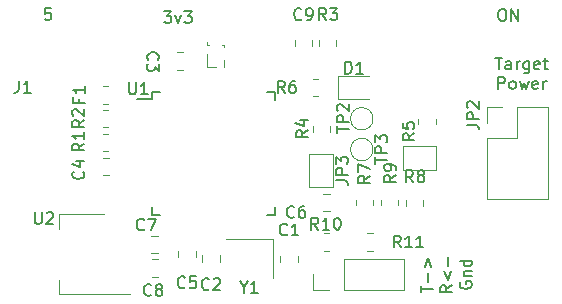
<source format=gto>
%TF.GenerationSoftware,KiCad,Pcbnew,(5.1.10-1-10_14)*%
%TF.CreationDate,2021-09-25T17:09:40-04:00*%
%TF.ProjectId,WetProgrammer,57657450-726f-4677-9261-6d6d65722e6b,rev?*%
%TF.SameCoordinates,Original*%
%TF.FileFunction,Legend,Top*%
%TF.FilePolarity,Positive*%
%FSLAX46Y46*%
G04 Gerber Fmt 4.6, Leading zero omitted, Abs format (unit mm)*
G04 Created by KiCad (PCBNEW (5.1.10-1-10_14)) date 2021-09-25 17:09:40*
%MOMM*%
%LPD*%
G01*
G04 APERTURE LIST*
%ADD10C,0.152400*%
%ADD11C,0.150000*%
%ADD12C,0.120000*%
%ADD13O,1.700000X1.700000*%
%ADD14R,1.700000X1.700000*%
%ADD15R,1.000000X1.000000*%
%ADD16O,1.000000X1.000000*%
%ADD17R,1.400000X1.200000*%
%ADD18R,2.000000X1.500000*%
%ADD19R,2.000000X3.800000*%
%ADD20R,0.900000X1.250000*%
%ADD21R,0.800000X0.900000*%
%ADD22C,0.900000*%
%ADD23R,1.800000X0.400000*%
%ADD24C,0.550000*%
%ADD25R,1.400000X1.500000*%
%ADD26R,1.500000X1.350000*%
%ADD27R,1.100000X1.000000*%
%ADD28C,3.200000*%
%ADD29C,2.000000*%
%ADD30R,1.500000X0.550000*%
%ADD31R,0.550000X1.500000*%
%ADD32C,1.500000*%
%ADD33R,1.500000X1.000000*%
%ADD34R,1.000000X1.500000*%
G04 APERTURE END LIST*
D10*
X43119752Y24728419D02*
X43310228Y24728419D01*
X43405466Y24680800D01*
X43500704Y24585561D01*
X43548323Y24395085D01*
X43548323Y24061752D01*
X43500704Y23871276D01*
X43405466Y23776038D01*
X43310228Y23728419D01*
X43119752Y23728419D01*
X43024514Y23776038D01*
X42929276Y23871276D01*
X42881657Y24061752D01*
X42881657Y24395085D01*
X42929276Y24585561D01*
X43024514Y24680800D01*
X43119752Y24728419D01*
X43976895Y23728419D02*
X43976895Y24728419D01*
X44548323Y23728419D01*
X44548323Y24728419D01*
X14559523Y24547619D02*
X15178571Y24547619D01*
X14845238Y24166666D01*
X14988095Y24166666D01*
X15083333Y24119047D01*
X15130952Y24071428D01*
X15178571Y23976190D01*
X15178571Y23738095D01*
X15130952Y23642857D01*
X15083333Y23595238D01*
X14988095Y23547619D01*
X14702380Y23547619D01*
X14607142Y23595238D01*
X14559523Y23642857D01*
X15511904Y24214285D02*
X15750000Y23547619D01*
X15988095Y24214285D01*
X16273809Y24547619D02*
X16892857Y24547619D01*
X16559523Y24166666D01*
X16702380Y24166666D01*
X16797619Y24119047D01*
X16845238Y24071428D01*
X16892857Y23976190D01*
X16892857Y23738095D01*
X16845238Y23642857D01*
X16797619Y23595238D01*
X16702380Y23547619D01*
X16416666Y23547619D01*
X16321428Y23595238D01*
X16273809Y23642857D01*
X4988095Y24797619D02*
X4511904Y24797619D01*
X4464285Y24321428D01*
X4511904Y24369047D01*
X4607142Y24416666D01*
X4845238Y24416666D01*
X4940476Y24369047D01*
X4988095Y24321428D01*
X5035714Y24226190D01*
X5035714Y23988095D01*
X4988095Y23892857D01*
X4940476Y23845238D01*
X4845238Y23797619D01*
X4607142Y23797619D01*
X4511904Y23845238D01*
X4464285Y23892857D01*
D11*
X36302380Y726190D02*
X36302380Y1297619D01*
X37302380Y1011904D02*
X36302380Y1011904D01*
X36921428Y1630952D02*
X36921428Y2392857D01*
X36635714Y2869047D02*
X36921428Y3630952D01*
X37207142Y2869047D01*
X38952380Y1321428D02*
X38476190Y988095D01*
X38952380Y750000D02*
X37952380Y750000D01*
X37952380Y1130952D01*
X38000000Y1226190D01*
X38047619Y1273809D01*
X38142857Y1321428D01*
X38285714Y1321428D01*
X38380952Y1273809D01*
X38428571Y1226190D01*
X38476190Y1130952D01*
X38476190Y750000D01*
X38285714Y2511904D02*
X38571428Y1750000D01*
X38857142Y2511904D01*
X38571428Y2988095D02*
X38571428Y3750000D01*
X39650000Y1607142D02*
X39602380Y1511904D01*
X39602380Y1369047D01*
X39650000Y1226190D01*
X39745238Y1130952D01*
X39840476Y1083333D01*
X40030952Y1035714D01*
X40173809Y1035714D01*
X40364285Y1083333D01*
X40459523Y1130952D01*
X40554761Y1226190D01*
X40602380Y1369047D01*
X40602380Y1464285D01*
X40554761Y1607142D01*
X40507142Y1654761D01*
X40173809Y1654761D01*
X40173809Y1464285D01*
X39935714Y2083333D02*
X40602380Y2083333D01*
X40030952Y2083333D02*
X39983333Y2130952D01*
X39935714Y2226190D01*
X39935714Y2369047D01*
X39983333Y2464285D01*
X40078571Y2511904D01*
X40602380Y2511904D01*
X40602380Y3416666D02*
X39602380Y3416666D01*
X40554761Y3416666D02*
X40602380Y3321428D01*
X40602380Y3130952D01*
X40554761Y3035714D01*
X40507142Y2988095D01*
X40411904Y2940476D01*
X40126190Y2940476D01*
X40030952Y2988095D01*
X39983333Y3035714D01*
X39935714Y3130952D01*
X39935714Y3321428D01*
X39983333Y3416666D01*
D10*
X42616714Y20614319D02*
X43188142Y20614319D01*
X42902428Y19614319D02*
X42902428Y20614319D01*
X43950047Y19614319D02*
X43950047Y20138128D01*
X43902428Y20233366D01*
X43807190Y20280985D01*
X43616714Y20280985D01*
X43521476Y20233366D01*
X43950047Y19661938D02*
X43854809Y19614319D01*
X43616714Y19614319D01*
X43521476Y19661938D01*
X43473857Y19757176D01*
X43473857Y19852414D01*
X43521476Y19947652D01*
X43616714Y19995271D01*
X43854809Y19995271D01*
X43950047Y20042890D01*
X44426238Y19614319D02*
X44426238Y20280985D01*
X44426238Y20090509D02*
X44473857Y20185747D01*
X44521476Y20233366D01*
X44616714Y20280985D01*
X44711952Y20280985D01*
X45473857Y20280985D02*
X45473857Y19471461D01*
X45426238Y19376223D01*
X45378619Y19328604D01*
X45283380Y19280985D01*
X45140523Y19280985D01*
X45045285Y19328604D01*
X45473857Y19661938D02*
X45378619Y19614319D01*
X45188142Y19614319D01*
X45092904Y19661938D01*
X45045285Y19709557D01*
X44997666Y19804795D01*
X44997666Y20090509D01*
X45045285Y20185747D01*
X45092904Y20233366D01*
X45188142Y20280985D01*
X45378619Y20280985D01*
X45473857Y20233366D01*
X46331000Y19661938D02*
X46235761Y19614319D01*
X46045285Y19614319D01*
X45950047Y19661938D01*
X45902428Y19757176D01*
X45902428Y20138128D01*
X45950047Y20233366D01*
X46045285Y20280985D01*
X46235761Y20280985D01*
X46331000Y20233366D01*
X46378619Y20138128D01*
X46378619Y20042890D01*
X45902428Y19947652D01*
X46664333Y20280985D02*
X47045285Y20280985D01*
X46807190Y20614319D02*
X46807190Y19757176D01*
X46854809Y19661938D01*
X46950047Y19614319D01*
X47045285Y19614319D01*
X42854809Y17961919D02*
X42854809Y18961919D01*
X43235761Y18961919D01*
X43331000Y18914300D01*
X43378619Y18866680D01*
X43426238Y18771442D01*
X43426238Y18628585D01*
X43378619Y18533347D01*
X43331000Y18485728D01*
X43235761Y18438109D01*
X42854809Y18438109D01*
X43997666Y17961919D02*
X43902428Y18009538D01*
X43854809Y18057157D01*
X43807190Y18152395D01*
X43807190Y18438109D01*
X43854809Y18533347D01*
X43902428Y18580966D01*
X43997666Y18628585D01*
X44140523Y18628585D01*
X44235761Y18580966D01*
X44283380Y18533347D01*
X44331000Y18438109D01*
X44331000Y18152395D01*
X44283380Y18057157D01*
X44235761Y18009538D01*
X44140523Y17961919D01*
X43997666Y17961919D01*
X44664333Y18628585D02*
X44854809Y17961919D01*
X45045285Y18438109D01*
X45235761Y17961919D01*
X45426238Y18628585D01*
X46188142Y18009538D02*
X46092904Y17961919D01*
X45902428Y17961919D01*
X45807190Y18009538D01*
X45759571Y18104776D01*
X45759571Y18485728D01*
X45807190Y18580966D01*
X45902428Y18628585D01*
X46092904Y18628585D01*
X46188142Y18580966D01*
X46235761Y18485728D01*
X46235761Y18390490D01*
X45759571Y18295252D01*
X46664333Y17961919D02*
X46664333Y18628585D01*
X46664333Y18438109D02*
X46711952Y18533347D01*
X46759571Y18580966D01*
X46854809Y18628585D01*
X46950047Y18628585D01*
D12*
%TO.C,J2*%
X41880000Y8670000D02*
X47080000Y8670000D01*
X41880000Y13810000D02*
X41880000Y8670000D01*
X47080000Y16410000D02*
X47080000Y8670000D01*
X41880000Y13810000D02*
X44480000Y13810000D01*
X44480000Y13810000D02*
X44480000Y16410000D01*
X44480000Y16410000D02*
X47080000Y16410000D01*
X41880000Y15080000D02*
X41880000Y16410000D01*
X41880000Y16410000D02*
X43210000Y16410000D01*
%TO.C,JPROG1*%
X18163000Y19825000D02*
X18163000Y20955000D01*
X18923000Y19825000D02*
X18163000Y19825000D01*
X18228000Y21715000D02*
X18228000Y21917470D01*
X18359529Y21715000D02*
X18228000Y21715000D01*
X19629529Y21715000D02*
X19486471Y21715000D01*
X19683000Y21518471D02*
X19683000Y21661529D01*
X19683000Y19825000D02*
X19683000Y20391529D01*
%TO.C,F1*%
X9852064Y18185000D02*
X9397936Y18185000D01*
X9852064Y16715000D02*
X9397936Y16715000D01*
%TO.C,C9*%
X27112900Y21608148D02*
X27112900Y22130652D01*
X25642900Y21608148D02*
X25642900Y22130652D01*
%TO.C,C2*%
X17819700Y3857852D02*
X17819700Y3335348D01*
X19289700Y3857852D02*
X19289700Y3335348D01*
%TO.C,Y1*%
X23793200Y5244100D02*
X19793200Y5244100D01*
X23793200Y1944100D02*
X23793200Y5244100D01*
%TO.C,R10*%
X28564564Y5735000D02*
X28110436Y5735000D01*
X28564564Y4265000D02*
X28110436Y4265000D01*
%TO.C,R11*%
X32227064Y5735000D02*
X31772936Y5735000D01*
X32227064Y4265000D02*
X31772936Y4265000D01*
%TO.C,C5*%
X15775000Y3685948D02*
X15775000Y4208452D01*
X17245000Y3685948D02*
X17245000Y4208452D01*
%TO.C,C1*%
X25893700Y3330348D02*
X25893700Y3852852D01*
X24423700Y3330348D02*
X24423700Y3852852D01*
%TO.C,U2*%
X5710000Y7379500D02*
X5710000Y6119500D01*
X5710000Y559500D02*
X5710000Y1819500D01*
X9470000Y7379500D02*
X5710000Y7379500D01*
X11720000Y559500D02*
X5710000Y559500D01*
%TO.C,D1*%
X31937200Y19044800D02*
X29252200Y19044800D01*
X29252200Y19044800D02*
X29252200Y17124800D01*
X29252200Y17124800D02*
X31937200Y17124800D01*
%TO.C,C8*%
X13505548Y3529000D02*
X14028052Y3529000D01*
X13505548Y2059000D02*
X14028052Y2059000D01*
%TO.C,C7*%
X13490348Y5510200D02*
X14012852Y5510200D01*
X13490348Y4040200D02*
X14012852Y4040200D01*
%TO.C,C3*%
X15679748Y21055000D02*
X16202252Y21055000D01*
X15679748Y19585000D02*
X16202252Y19585000D01*
%TO.C,J3*%
X27170000Y920000D02*
X27170000Y2250000D01*
X28500000Y920000D02*
X27170000Y920000D01*
X29770000Y920000D02*
X29770000Y3580000D01*
X29770000Y3580000D02*
X34910000Y3580000D01*
X29770000Y920000D02*
X34910000Y920000D01*
X34910000Y920000D02*
X34910000Y3580000D01*
D11*
%TO.C,U1*%
X13575000Y17100000D02*
X12300000Y17100000D01*
X23925000Y17675000D02*
X23250000Y17675000D01*
X23925000Y7325000D02*
X23250000Y7325000D01*
X13575000Y7325000D02*
X14250000Y7325000D01*
X13575000Y17675000D02*
X14250000Y17675000D01*
X13575000Y7325000D02*
X13575000Y8000000D01*
X23925000Y7325000D02*
X23925000Y8000000D01*
X23925000Y17675000D02*
X23925000Y17000000D01*
X13575000Y17675000D02*
X13575000Y17100000D01*
D12*
%TO.C,TP3*%
X32255500Y12827000D02*
G75*
G03*
X32255500Y12827000I-950000J0D01*
G01*
%TO.C,TP2*%
X32255500Y15430500D02*
G75*
G03*
X32255500Y15430500I-950000J0D01*
G01*
%TO.C,R9*%
X34390000Y8545564D02*
X34390000Y8091436D01*
X32920000Y8545564D02*
X32920000Y8091436D01*
%TO.C,R8*%
X36485500Y8522064D02*
X36485500Y8067936D01*
X35015500Y8522064D02*
X35015500Y8067936D01*
%TO.C,R7*%
X32294500Y8545564D02*
X32294500Y8091436D01*
X30824500Y8545564D02*
X30824500Y8091436D01*
%TO.C,R6*%
X27610164Y17349800D02*
X27156036Y17349800D01*
X27610164Y18819800D02*
X27156036Y18819800D01*
%TO.C,R5*%
X37565000Y15427064D02*
X37565000Y14972936D01*
X36095000Y15427064D02*
X36095000Y14972936D01*
%TO.C,R4*%
X27141500Y14337936D02*
X27141500Y14792064D01*
X28611500Y14337936D02*
X28611500Y14792064D01*
%TO.C,R3*%
X27662200Y21618836D02*
X27662200Y22072964D01*
X29132200Y21618836D02*
X29132200Y22072964D01*
%TO.C,R2*%
X9861064Y14695500D02*
X9406936Y14695500D01*
X9861064Y16165500D02*
X9406936Y16165500D01*
%TO.C,R1*%
X9861064Y12663500D02*
X9406936Y12663500D01*
X9861064Y14133500D02*
X9406936Y14133500D01*
%TO.C,JP3*%
X26876500Y12464000D02*
X28876500Y12464000D01*
X26876500Y9664000D02*
X26876500Y12464000D01*
X28876500Y9664000D02*
X26876500Y9664000D01*
X28876500Y12464000D02*
X28876500Y9664000D01*
%TO.C,JP2*%
X37610000Y13128500D02*
X37610000Y11128500D01*
X34810000Y13128500D02*
X37610000Y13128500D01*
X34810000Y11128500D02*
X34810000Y13128500D01*
X37610000Y11128500D02*
X34810000Y11128500D01*
%TO.C,C6*%
X28582252Y7583500D02*
X28059748Y7583500D01*
X28582252Y9053500D02*
X28059748Y9053500D01*
%TO.C,C4*%
X9921252Y10631500D02*
X9398748Y10631500D01*
X9921252Y12101500D02*
X9398748Y12101500D01*
%TO.C,F1*%
D11*
X7328571Y17116666D02*
X7328571Y16783333D01*
X7852380Y16783333D02*
X6852380Y16783333D01*
X6852380Y17259523D01*
X7852380Y18164285D02*
X7852380Y17592857D01*
X7852380Y17878571D02*
X6852380Y17878571D01*
X6995238Y17783333D01*
X7090476Y17688095D01*
X7138095Y17592857D01*
%TO.C,C9*%
X26198533Y23874457D02*
X26150914Y23826838D01*
X26008057Y23779219D01*
X25912819Y23779219D01*
X25769961Y23826838D01*
X25674723Y23922076D01*
X25627104Y24017314D01*
X25579485Y24207790D01*
X25579485Y24350647D01*
X25627104Y24541123D01*
X25674723Y24636361D01*
X25769961Y24731600D01*
X25912819Y24779219D01*
X26008057Y24779219D01*
X26150914Y24731600D01*
X26198533Y24683980D01*
X26674723Y23779219D02*
X26865200Y23779219D01*
X26960438Y23826838D01*
X27008057Y23874457D01*
X27103295Y24017314D01*
X27150914Y24207790D01*
X27150914Y24588742D01*
X27103295Y24683980D01*
X27055676Y24731600D01*
X26960438Y24779219D01*
X26769961Y24779219D01*
X26674723Y24731600D01*
X26627104Y24683980D01*
X26579485Y24588742D01*
X26579485Y24350647D01*
X26627104Y24255409D01*
X26674723Y24207790D01*
X26769961Y24160171D01*
X26960438Y24160171D01*
X27055676Y24207790D01*
X27103295Y24255409D01*
X27150914Y24350647D01*
%TO.C,C2*%
X18375333Y1014457D02*
X18327714Y966838D01*
X18184857Y919219D01*
X18089619Y919219D01*
X17946761Y966838D01*
X17851523Y1062076D01*
X17803904Y1157314D01*
X17756285Y1347790D01*
X17756285Y1490647D01*
X17803904Y1681123D01*
X17851523Y1776361D01*
X17946761Y1871600D01*
X18089619Y1919219D01*
X18184857Y1919219D01*
X18327714Y1871600D01*
X18375333Y1823980D01*
X18756285Y1823980D02*
X18803904Y1871600D01*
X18899142Y1919219D01*
X19137238Y1919219D01*
X19232476Y1871600D01*
X19280095Y1823980D01*
X19327714Y1728742D01*
X19327714Y1633504D01*
X19280095Y1490647D01*
X18708666Y919219D01*
X19327714Y919219D01*
%TO.C,Y1*%
X21317009Y1167909D02*
X21317009Y691719D01*
X20983676Y1691719D02*
X21317009Y1167909D01*
X21650342Y1691719D01*
X22507485Y691719D02*
X21936057Y691719D01*
X22221771Y691719D02*
X22221771Y1691719D01*
X22126533Y1548861D01*
X22031295Y1453623D01*
X21936057Y1406004D01*
%TO.C,R10*%
X27607142Y6047619D02*
X27273809Y6523809D01*
X27035714Y6047619D02*
X27035714Y7047619D01*
X27416666Y7047619D01*
X27511904Y7000000D01*
X27559523Y6952380D01*
X27607142Y6857142D01*
X27607142Y6714285D01*
X27559523Y6619047D01*
X27511904Y6571428D01*
X27416666Y6523809D01*
X27035714Y6523809D01*
X28559523Y6047619D02*
X27988095Y6047619D01*
X28273809Y6047619D02*
X28273809Y7047619D01*
X28178571Y6904761D01*
X28083333Y6809523D01*
X27988095Y6761904D01*
X29178571Y7047619D02*
X29273809Y7047619D01*
X29369047Y7000000D01*
X29416666Y6952380D01*
X29464285Y6857142D01*
X29511904Y6666666D01*
X29511904Y6428571D01*
X29464285Y6238095D01*
X29416666Y6142857D01*
X29369047Y6095238D01*
X29273809Y6047619D01*
X29178571Y6047619D01*
X29083333Y6095238D01*
X29035714Y6142857D01*
X28988095Y6238095D01*
X28940476Y6428571D01*
X28940476Y6666666D01*
X28988095Y6857142D01*
X29035714Y6952380D01*
X29083333Y7000000D01*
X29178571Y7047619D01*
%TO.C,R11*%
X34607142Y4547619D02*
X34273809Y5023809D01*
X34035714Y4547619D02*
X34035714Y5547619D01*
X34416666Y5547619D01*
X34511904Y5500000D01*
X34559523Y5452380D01*
X34607142Y5357142D01*
X34607142Y5214285D01*
X34559523Y5119047D01*
X34511904Y5071428D01*
X34416666Y5023809D01*
X34035714Y5023809D01*
X35559523Y4547619D02*
X34988095Y4547619D01*
X35273809Y4547619D02*
X35273809Y5547619D01*
X35178571Y5404761D01*
X35083333Y5309523D01*
X34988095Y5261904D01*
X36511904Y4547619D02*
X35940476Y4547619D01*
X36226190Y4547619D02*
X36226190Y5547619D01*
X36130952Y5404761D01*
X36035714Y5309523D01*
X35940476Y5261904D01*
%TO.C,C5*%
X16343333Y1177057D02*
X16295714Y1129438D01*
X16152857Y1081819D01*
X16057619Y1081819D01*
X15914761Y1129438D01*
X15819523Y1224676D01*
X15771904Y1319914D01*
X15724285Y1510390D01*
X15724285Y1653247D01*
X15771904Y1843723D01*
X15819523Y1938961D01*
X15914761Y2034200D01*
X16057619Y2081819D01*
X16152857Y2081819D01*
X16295714Y2034200D01*
X16343333Y1986580D01*
X17248095Y2081819D02*
X16771904Y2081819D01*
X16724285Y1605628D01*
X16771904Y1653247D01*
X16867142Y1700866D01*
X17105238Y1700866D01*
X17200476Y1653247D01*
X17248095Y1605628D01*
X17295714Y1510390D01*
X17295714Y1272295D01*
X17248095Y1177057D01*
X17200476Y1129438D01*
X17105238Y1081819D01*
X16867142Y1081819D01*
X16771904Y1129438D01*
X16724285Y1177057D01*
%TO.C,C1*%
X24992033Y5644957D02*
X24944414Y5597338D01*
X24801557Y5549719D01*
X24706319Y5549719D01*
X24563461Y5597338D01*
X24468223Y5692576D01*
X24420604Y5787814D01*
X24372985Y5978290D01*
X24372985Y6121147D01*
X24420604Y6311623D01*
X24468223Y6406861D01*
X24563461Y6502100D01*
X24706319Y6549719D01*
X24801557Y6549719D01*
X24944414Y6502100D01*
X24992033Y6454480D01*
X25944414Y5549719D02*
X25372985Y5549719D01*
X25658700Y5549719D02*
X25658700Y6549719D01*
X25563461Y6406861D01*
X25468223Y6311623D01*
X25372985Y6264004D01*
%TO.C,U2*%
X3619595Y7527619D02*
X3619595Y6718095D01*
X3667214Y6622857D01*
X3714833Y6575238D01*
X3810071Y6527619D01*
X4000547Y6527619D01*
X4095785Y6575238D01*
X4143404Y6622857D01*
X4191023Y6718095D01*
X4191023Y7527619D01*
X4619595Y7432380D02*
X4667214Y7480000D01*
X4762452Y7527619D01*
X5000547Y7527619D01*
X5095785Y7480000D01*
X5143404Y7432380D01*
X5191023Y7337142D01*
X5191023Y7241904D01*
X5143404Y7099047D01*
X4571976Y6527619D01*
X5191023Y6527619D01*
%TO.C,D1*%
X29894304Y19258019D02*
X29894304Y20258019D01*
X30132400Y20258019D01*
X30275257Y20210400D01*
X30370495Y20115161D01*
X30418114Y20019923D01*
X30465733Y19829447D01*
X30465733Y19686590D01*
X30418114Y19496114D01*
X30370495Y19400876D01*
X30275257Y19305638D01*
X30132400Y19258019D01*
X29894304Y19258019D01*
X31418114Y19258019D02*
X30846685Y19258019D01*
X31132400Y19258019D02*
X31132400Y20258019D01*
X31037161Y20115161D01*
X30941923Y20019923D01*
X30846685Y19972304D01*
%TO.C,C8*%
X13470633Y531857D02*
X13423014Y484238D01*
X13280157Y436619D01*
X13184919Y436619D01*
X13042061Y484238D01*
X12946823Y579476D01*
X12899204Y674714D01*
X12851585Y865190D01*
X12851585Y1008047D01*
X12899204Y1198523D01*
X12946823Y1293761D01*
X13042061Y1389000D01*
X13184919Y1436619D01*
X13280157Y1436619D01*
X13423014Y1389000D01*
X13470633Y1341380D01*
X14042061Y1008047D02*
X13946823Y1055666D01*
X13899204Y1103285D01*
X13851585Y1198523D01*
X13851585Y1246142D01*
X13899204Y1341380D01*
X13946823Y1389000D01*
X14042061Y1436619D01*
X14232538Y1436619D01*
X14327776Y1389000D01*
X14375395Y1341380D01*
X14423014Y1246142D01*
X14423014Y1198523D01*
X14375395Y1103285D01*
X14327776Y1055666D01*
X14232538Y1008047D01*
X14042061Y1008047D01*
X13946823Y960428D01*
X13899204Y912809D01*
X13851585Y817571D01*
X13851585Y627095D01*
X13899204Y531857D01*
X13946823Y484238D01*
X14042061Y436619D01*
X14232538Y436619D01*
X14327776Y484238D01*
X14375395Y531857D01*
X14423014Y627095D01*
X14423014Y817571D01*
X14375395Y912809D01*
X14327776Y960428D01*
X14232538Y1008047D01*
%TO.C,C7*%
X12888933Y6069057D02*
X12841314Y6021438D01*
X12698457Y5973819D01*
X12603219Y5973819D01*
X12460361Y6021438D01*
X12365123Y6116676D01*
X12317504Y6211914D01*
X12269885Y6402390D01*
X12269885Y6545247D01*
X12317504Y6735723D01*
X12365123Y6830961D01*
X12460361Y6926200D01*
X12603219Y6973819D01*
X12698457Y6973819D01*
X12841314Y6926200D01*
X12888933Y6878580D01*
X13222266Y6973819D02*
X13888933Y6973819D01*
X13460361Y5973819D01*
%TO.C,C3*%
X13236857Y20423166D02*
X13189238Y20470785D01*
X13141619Y20613642D01*
X13141619Y20708880D01*
X13189238Y20851738D01*
X13284476Y20946976D01*
X13379714Y20994595D01*
X13570190Y21042214D01*
X13713047Y21042214D01*
X13903523Y20994595D01*
X13998761Y20946976D01*
X14094000Y20851738D01*
X14141619Y20708880D01*
X14141619Y20613642D01*
X14094000Y20470785D01*
X14046380Y20423166D01*
X14141619Y20089833D02*
X14141619Y19470785D01*
X13760666Y19804119D01*
X13760666Y19661261D01*
X13713047Y19566023D01*
X13665428Y19518404D01*
X13570190Y19470785D01*
X13332095Y19470785D01*
X13236857Y19518404D01*
X13189238Y19566023D01*
X13141619Y19661261D01*
X13141619Y19946976D01*
X13189238Y20042214D01*
X13236857Y20089833D01*
%TO.C,J1*%
X2266666Y18647619D02*
X2266666Y17933333D01*
X2219047Y17790476D01*
X2123809Y17695238D01*
X1980952Y17647619D01*
X1885714Y17647619D01*
X3266666Y17647619D02*
X2695238Y17647619D01*
X2980952Y17647619D02*
X2980952Y18647619D01*
X2885714Y18504761D01*
X2790476Y18409523D01*
X2695238Y18361904D01*
%TO.C,U1*%
X11620595Y18518119D02*
X11620595Y17708595D01*
X11668214Y17613357D01*
X11715833Y17565738D01*
X11811071Y17518119D01*
X12001547Y17518119D01*
X12096785Y17565738D01*
X12144404Y17613357D01*
X12192023Y17708595D01*
X12192023Y18518119D01*
X13192023Y17518119D02*
X12620595Y17518119D01*
X12906309Y17518119D02*
X12906309Y18518119D01*
X12811071Y18375261D01*
X12715833Y18280023D01*
X12620595Y18232404D01*
%TO.C,TP3*%
X32452380Y11628595D02*
X32452380Y12200023D01*
X33452380Y11914309D02*
X32452380Y11914309D01*
X33452380Y12533357D02*
X32452380Y12533357D01*
X32452380Y12914309D01*
X32500000Y13009547D01*
X32547619Y13057166D01*
X32642857Y13104785D01*
X32785714Y13104785D01*
X32880952Y13057166D01*
X32928571Y13009547D01*
X32976190Y12914309D01*
X32976190Y12533357D01*
X32452380Y13438119D02*
X32452380Y14057166D01*
X32833333Y13723833D01*
X32833333Y13866690D01*
X32880952Y13961928D01*
X32928571Y14009547D01*
X33023809Y14057166D01*
X33261904Y14057166D01*
X33357142Y14009547D01*
X33404761Y13961928D01*
X33452380Y13866690D01*
X33452380Y13580976D01*
X33404761Y13485738D01*
X33357142Y13438119D01*
%TO.C,TP2*%
X29202380Y14238095D02*
X29202380Y14809523D01*
X30202380Y14523809D02*
X29202380Y14523809D01*
X30202380Y15142857D02*
X29202380Y15142857D01*
X29202380Y15523809D01*
X29250000Y15619047D01*
X29297619Y15666666D01*
X29392857Y15714285D01*
X29535714Y15714285D01*
X29630952Y15666666D01*
X29678571Y15619047D01*
X29726190Y15523809D01*
X29726190Y15142857D01*
X29297619Y16095238D02*
X29250000Y16142857D01*
X29202380Y16238095D01*
X29202380Y16476190D01*
X29250000Y16571428D01*
X29297619Y16619047D01*
X29392857Y16666666D01*
X29488095Y16666666D01*
X29630952Y16619047D01*
X30202380Y16047619D01*
X30202380Y16666666D01*
%TO.C,R9*%
X34183580Y10653733D02*
X33707390Y10320400D01*
X34183580Y10082304D02*
X33183580Y10082304D01*
X33183580Y10463257D01*
X33231200Y10558495D01*
X33278819Y10606114D01*
X33374057Y10653733D01*
X33516914Y10653733D01*
X33612152Y10606114D01*
X33659771Y10558495D01*
X33707390Y10463257D01*
X33707390Y10082304D01*
X34183580Y11129923D02*
X34183580Y11320400D01*
X34135961Y11415638D01*
X34088342Y11463257D01*
X33945485Y11558495D01*
X33755009Y11606114D01*
X33374057Y11606114D01*
X33278819Y11558495D01*
X33231200Y11510876D01*
X33183580Y11415638D01*
X33183580Y11225161D01*
X33231200Y11129923D01*
X33278819Y11082304D01*
X33374057Y11034685D01*
X33612152Y11034685D01*
X33707390Y11082304D01*
X33755009Y11129923D01*
X33802628Y11225161D01*
X33802628Y11415638D01*
X33755009Y11510876D01*
X33707390Y11558495D01*
X33612152Y11606114D01*
%TO.C,R8*%
X35647333Y10063219D02*
X35314000Y10539409D01*
X35075904Y10063219D02*
X35075904Y11063219D01*
X35456857Y11063219D01*
X35552095Y11015600D01*
X35599714Y10967980D01*
X35647333Y10872742D01*
X35647333Y10729885D01*
X35599714Y10634647D01*
X35552095Y10587028D01*
X35456857Y10539409D01*
X35075904Y10539409D01*
X36218761Y10634647D02*
X36123523Y10682266D01*
X36075904Y10729885D01*
X36028285Y10825123D01*
X36028285Y10872742D01*
X36075904Y10967980D01*
X36123523Y11015600D01*
X36218761Y11063219D01*
X36409238Y11063219D01*
X36504476Y11015600D01*
X36552095Y10967980D01*
X36599714Y10872742D01*
X36599714Y10825123D01*
X36552095Y10729885D01*
X36504476Y10682266D01*
X36409238Y10634647D01*
X36218761Y10634647D01*
X36123523Y10587028D01*
X36075904Y10539409D01*
X36028285Y10444171D01*
X36028285Y10253695D01*
X36075904Y10158457D01*
X36123523Y10110838D01*
X36218761Y10063219D01*
X36409238Y10063219D01*
X36504476Y10110838D01*
X36552095Y10158457D01*
X36599714Y10253695D01*
X36599714Y10444171D01*
X36552095Y10539409D01*
X36504476Y10587028D01*
X36409238Y10634647D01*
%TO.C,R7*%
X31999180Y10602933D02*
X31522990Y10269600D01*
X31999180Y10031504D02*
X30999180Y10031504D01*
X30999180Y10412457D01*
X31046800Y10507695D01*
X31094419Y10555314D01*
X31189657Y10602933D01*
X31332514Y10602933D01*
X31427752Y10555314D01*
X31475371Y10507695D01*
X31522990Y10412457D01*
X31522990Y10031504D01*
X30999180Y10936266D02*
X30999180Y11602933D01*
X31999180Y11174361D01*
%TO.C,R6*%
X24776133Y17632419D02*
X24442800Y18108609D01*
X24204704Y17632419D02*
X24204704Y18632419D01*
X24585657Y18632419D01*
X24680895Y18584800D01*
X24728514Y18537180D01*
X24776133Y18441942D01*
X24776133Y18299085D01*
X24728514Y18203847D01*
X24680895Y18156228D01*
X24585657Y18108609D01*
X24204704Y18108609D01*
X25633276Y18632419D02*
X25442800Y18632419D01*
X25347561Y18584800D01*
X25299942Y18537180D01*
X25204704Y18394323D01*
X25157085Y18203847D01*
X25157085Y17822895D01*
X25204704Y17727657D01*
X25252323Y17680038D01*
X25347561Y17632419D01*
X25538038Y17632419D01*
X25633276Y17680038D01*
X25680895Y17727657D01*
X25728514Y17822895D01*
X25728514Y18060990D01*
X25680895Y18156228D01*
X25633276Y18203847D01*
X25538038Y18251466D01*
X25347561Y18251466D01*
X25252323Y18203847D01*
X25204704Y18156228D01*
X25157085Y18060990D01*
%TO.C,R5*%
X35758380Y14184333D02*
X35282190Y13851000D01*
X35758380Y13612904D02*
X34758380Y13612904D01*
X34758380Y13993857D01*
X34806000Y14089095D01*
X34853619Y14136714D01*
X34948857Y14184333D01*
X35091714Y14184333D01*
X35186952Y14136714D01*
X35234571Y14089095D01*
X35282190Y13993857D01*
X35282190Y13612904D01*
X34758380Y15089095D02*
X34758380Y14612904D01*
X35234571Y14565285D01*
X35186952Y14612904D01*
X35139333Y14708142D01*
X35139333Y14946238D01*
X35186952Y15041476D01*
X35234571Y15089095D01*
X35329809Y15136714D01*
X35567904Y15136714D01*
X35663142Y15089095D01*
X35710761Y15041476D01*
X35758380Y14946238D01*
X35758380Y14708142D01*
X35710761Y14612904D01*
X35663142Y14565285D01*
%TO.C,R4*%
X26741380Y14438333D02*
X26265190Y14105000D01*
X26741380Y13866904D02*
X25741380Y13866904D01*
X25741380Y14247857D01*
X25789000Y14343095D01*
X25836619Y14390714D01*
X25931857Y14438333D01*
X26074714Y14438333D01*
X26169952Y14390714D01*
X26217571Y14343095D01*
X26265190Y14247857D01*
X26265190Y13866904D01*
X26074714Y15295476D02*
X26741380Y15295476D01*
X25693761Y15057380D02*
X26408047Y14819285D01*
X26408047Y15438333D01*
%TO.C,R3*%
X28294033Y23806519D02*
X27960700Y24282709D01*
X27722604Y23806519D02*
X27722604Y24806519D01*
X28103557Y24806519D01*
X28198795Y24758900D01*
X28246414Y24711280D01*
X28294033Y24616042D01*
X28294033Y24473185D01*
X28246414Y24377947D01*
X28198795Y24330328D01*
X28103557Y24282709D01*
X27722604Y24282709D01*
X28627366Y24806519D02*
X29246414Y24806519D01*
X28913080Y24425566D01*
X29055938Y24425566D01*
X29151176Y24377947D01*
X29198795Y24330328D01*
X29246414Y24235090D01*
X29246414Y23996995D01*
X29198795Y23901757D01*
X29151176Y23854138D01*
X29055938Y23806519D01*
X28770223Y23806519D01*
X28674985Y23854138D01*
X28627366Y23901757D01*
%TO.C,R2*%
X7802380Y15308333D02*
X7326190Y14975000D01*
X7802380Y14736904D02*
X6802380Y14736904D01*
X6802380Y15117857D01*
X6850000Y15213095D01*
X6897619Y15260714D01*
X6992857Y15308333D01*
X7135714Y15308333D01*
X7230952Y15260714D01*
X7278571Y15213095D01*
X7326190Y15117857D01*
X7326190Y14736904D01*
X6897619Y15689285D02*
X6850000Y15736904D01*
X6802380Y15832142D01*
X6802380Y16070238D01*
X6850000Y16165476D01*
X6897619Y16213095D01*
X6992857Y16260714D01*
X7088095Y16260714D01*
X7230952Y16213095D01*
X7802380Y15641666D01*
X7802380Y16260714D01*
%TO.C,R1*%
X7802380Y13333333D02*
X7326190Y13000000D01*
X7802380Y12761904D02*
X6802380Y12761904D01*
X6802380Y13142857D01*
X6850000Y13238095D01*
X6897619Y13285714D01*
X6992857Y13333333D01*
X7135714Y13333333D01*
X7230952Y13285714D01*
X7278571Y13238095D01*
X7326190Y13142857D01*
X7326190Y12761904D01*
X7802380Y14285714D02*
X7802380Y13714285D01*
X7802380Y14000000D02*
X6802380Y14000000D01*
X6945238Y13904761D01*
X7040476Y13809523D01*
X7088095Y13714285D01*
%TO.C,JP3*%
X29128880Y10230666D02*
X29843166Y10230666D01*
X29986023Y10183047D01*
X30081261Y10087809D01*
X30128880Y9944952D01*
X30128880Y9849714D01*
X30128880Y10706857D02*
X29128880Y10706857D01*
X29128880Y11087809D01*
X29176500Y11183047D01*
X29224119Y11230666D01*
X29319357Y11278285D01*
X29462214Y11278285D01*
X29557452Y11230666D01*
X29605071Y11183047D01*
X29652690Y11087809D01*
X29652690Y10706857D01*
X29128880Y11611619D02*
X29128880Y12230666D01*
X29509833Y11897333D01*
X29509833Y12040190D01*
X29557452Y12135428D01*
X29605071Y12183047D01*
X29700309Y12230666D01*
X29938404Y12230666D01*
X30033642Y12183047D01*
X30081261Y12135428D01*
X30128880Y12040190D01*
X30128880Y11754476D01*
X30081261Y11659238D01*
X30033642Y11611619D01*
%TO.C,JP2*%
X40202380Y14916666D02*
X40916666Y14916666D01*
X41059523Y14869047D01*
X41154761Y14773809D01*
X41202380Y14630952D01*
X41202380Y14535714D01*
X41202380Y15392857D02*
X40202380Y15392857D01*
X40202380Y15773809D01*
X40250000Y15869047D01*
X40297619Y15916666D01*
X40392857Y15964285D01*
X40535714Y15964285D01*
X40630952Y15916666D01*
X40678571Y15869047D01*
X40726190Y15773809D01*
X40726190Y15392857D01*
X40297619Y16345238D02*
X40250000Y16392857D01*
X40202380Y16488095D01*
X40202380Y16726190D01*
X40250000Y16821428D01*
X40297619Y16869047D01*
X40392857Y16916666D01*
X40488095Y16916666D01*
X40630952Y16869047D01*
X41202380Y16297619D01*
X41202380Y16916666D01*
%TO.C,C6*%
X25583333Y7142857D02*
X25535714Y7095238D01*
X25392857Y7047619D01*
X25297619Y7047619D01*
X25154761Y7095238D01*
X25059523Y7190476D01*
X25011904Y7285714D01*
X24964285Y7476190D01*
X24964285Y7619047D01*
X25011904Y7809523D01*
X25059523Y7904761D01*
X25154761Y8000000D01*
X25297619Y8047619D01*
X25392857Y8047619D01*
X25535714Y8000000D01*
X25583333Y7952380D01*
X26440476Y8047619D02*
X26250000Y8047619D01*
X26154761Y8000000D01*
X26107142Y7952380D01*
X26011904Y7809523D01*
X25964285Y7619047D01*
X25964285Y7238095D01*
X26011904Y7142857D01*
X26059523Y7095238D01*
X26154761Y7047619D01*
X26345238Y7047619D01*
X26440476Y7095238D01*
X26488095Y7142857D01*
X26535714Y7238095D01*
X26535714Y7476190D01*
X26488095Y7571428D01*
X26440476Y7619047D01*
X26345238Y7666666D01*
X26154761Y7666666D01*
X26059523Y7619047D01*
X26011904Y7571428D01*
X25964285Y7476190D01*
%TO.C,C4*%
X7711142Y10964333D02*
X7758761Y10916714D01*
X7806380Y10773857D01*
X7806380Y10678619D01*
X7758761Y10535761D01*
X7663523Y10440523D01*
X7568285Y10392904D01*
X7377809Y10345285D01*
X7234952Y10345285D01*
X7044476Y10392904D01*
X6949238Y10440523D01*
X6854000Y10535761D01*
X6806380Y10678619D01*
X6806380Y10773857D01*
X6854000Y10916714D01*
X6901619Y10964333D01*
X7139714Y11821476D02*
X7806380Y11821476D01*
X6758761Y11583380D02*
X7473047Y11345285D01*
X7473047Y11964333D01*
%TD*%
%LPC*%
D13*
%TO.C,J2*%
X45750000Y10000000D03*
X43210000Y10000000D03*
X45750000Y12540000D03*
X43210000Y12540000D03*
X45750000Y15080000D03*
D14*
X43210000Y15080000D03*
%TD*%
D15*
%TO.C,JPROG1*%
X18923000Y20955000D03*
D16*
X18923000Y22225000D03*
X20193000Y20955000D03*
X20193000Y22225000D03*
X21463000Y20955000D03*
X21463000Y22225000D03*
X22733000Y20955000D03*
X22733000Y22225000D03*
X24003000Y20955000D03*
X24003000Y22225000D03*
%TD*%
%TO.C,F1*%
G36*
G01*
X9225000Y17900001D02*
X9225000Y16999999D01*
G75*
G02*
X8975001Y16750000I-249999J0D01*
G01*
X8449999Y16750000D01*
G75*
G02*
X8200000Y16999999I0J249999D01*
G01*
X8200000Y17900001D01*
G75*
G02*
X8449999Y18150000I249999J0D01*
G01*
X8975001Y18150000D01*
G75*
G02*
X9225000Y17900001I0J-249999D01*
G01*
G37*
G36*
G01*
X11050000Y17900001D02*
X11050000Y16999999D01*
G75*
G02*
X10800001Y16750000I-249999J0D01*
G01*
X10274999Y16750000D01*
G75*
G02*
X10025000Y16999999I0J249999D01*
G01*
X10025000Y17900001D01*
G75*
G02*
X10274999Y18150000I249999J0D01*
G01*
X10800001Y18150000D01*
G75*
G02*
X11050000Y17900001I0J-249999D01*
G01*
G37*
%TD*%
%TO.C,C9*%
G36*
G01*
X26852900Y20419400D02*
X25902900Y20419400D01*
G75*
G02*
X25652900Y20669400I0J250000D01*
G01*
X25652900Y21169400D01*
G75*
G02*
X25902900Y21419400I250000J0D01*
G01*
X26852900Y21419400D01*
G75*
G02*
X27102900Y21169400I0J-250000D01*
G01*
X27102900Y20669400D01*
G75*
G02*
X26852900Y20419400I-250000J0D01*
G01*
G37*
G36*
G01*
X26852900Y22319400D02*
X25902900Y22319400D01*
G75*
G02*
X25652900Y22569400I0J250000D01*
G01*
X25652900Y23069400D01*
G75*
G02*
X25902900Y23319400I250000J0D01*
G01*
X26852900Y23319400D01*
G75*
G02*
X27102900Y23069400I0J-250000D01*
G01*
X27102900Y22569400D01*
G75*
G02*
X26852900Y22319400I-250000J0D01*
G01*
G37*
%TD*%
%TO.C,C2*%
G36*
G01*
X18079700Y5046600D02*
X19029700Y5046600D01*
G75*
G02*
X19279700Y4796600I0J-250000D01*
G01*
X19279700Y4296600D01*
G75*
G02*
X19029700Y4046600I-250000J0D01*
G01*
X18079700Y4046600D01*
G75*
G02*
X17829700Y4296600I0J250000D01*
G01*
X17829700Y4796600D01*
G75*
G02*
X18079700Y5046600I250000J0D01*
G01*
G37*
G36*
G01*
X18079700Y3146600D02*
X19029700Y3146600D01*
G75*
G02*
X19279700Y2896600I0J-250000D01*
G01*
X19279700Y2396600D01*
G75*
G02*
X19029700Y2146600I-250000J0D01*
G01*
X18079700Y2146600D01*
G75*
G02*
X17829700Y2396600I0J250000D01*
G01*
X17829700Y2896600D01*
G75*
G02*
X18079700Y3146600I250000J0D01*
G01*
G37*
%TD*%
D17*
%TO.C,Y1*%
X22893200Y4444100D03*
X20693200Y4444100D03*
X20693200Y2744100D03*
X22893200Y2744100D03*
%TD*%
%TO.C,R10*%
G36*
G01*
X27937500Y5450002D02*
X27937500Y4549998D01*
G75*
G02*
X27687502Y4300000I-249998J0D01*
G01*
X27162498Y4300000D01*
G75*
G02*
X26912500Y4549998I0J249998D01*
G01*
X26912500Y5450002D01*
G75*
G02*
X27162498Y5700000I249998J0D01*
G01*
X27687502Y5700000D01*
G75*
G02*
X27937500Y5450002I0J-249998D01*
G01*
G37*
G36*
G01*
X29762500Y5450002D02*
X29762500Y4549998D01*
G75*
G02*
X29512502Y4300000I-249998J0D01*
G01*
X28987498Y4300000D01*
G75*
G02*
X28737500Y4549998I0J249998D01*
G01*
X28737500Y5450002D01*
G75*
G02*
X28987498Y5700000I249998J0D01*
G01*
X29512502Y5700000D01*
G75*
G02*
X29762500Y5450002I0J-249998D01*
G01*
G37*
%TD*%
%TO.C,R11*%
G36*
G01*
X31600000Y5450002D02*
X31600000Y4549998D01*
G75*
G02*
X31350002Y4300000I-249998J0D01*
G01*
X30824998Y4300000D01*
G75*
G02*
X30575000Y4549998I0J249998D01*
G01*
X30575000Y5450002D01*
G75*
G02*
X30824998Y5700000I249998J0D01*
G01*
X31350002Y5700000D01*
G75*
G02*
X31600000Y5450002I0J-249998D01*
G01*
G37*
G36*
G01*
X33425000Y5450002D02*
X33425000Y4549998D01*
G75*
G02*
X33175002Y4300000I-249998J0D01*
G01*
X32649998Y4300000D01*
G75*
G02*
X32400000Y4549998I0J249998D01*
G01*
X32400000Y5450002D01*
G75*
G02*
X32649998Y5700000I249998J0D01*
G01*
X33175002Y5700000D01*
G75*
G02*
X33425000Y5450002I0J-249998D01*
G01*
G37*
%TD*%
%TO.C,C5*%
G36*
G01*
X16985000Y4397200D02*
X16035000Y4397200D01*
G75*
G02*
X15785000Y4647200I0J250000D01*
G01*
X15785000Y5147200D01*
G75*
G02*
X16035000Y5397200I250000J0D01*
G01*
X16985000Y5397200D01*
G75*
G02*
X17235000Y5147200I0J-250000D01*
G01*
X17235000Y4647200D01*
G75*
G02*
X16985000Y4397200I-250000J0D01*
G01*
G37*
G36*
G01*
X16985000Y2497200D02*
X16035000Y2497200D01*
G75*
G02*
X15785000Y2747200I0J250000D01*
G01*
X15785000Y3247200D01*
G75*
G02*
X16035000Y3497200I250000J0D01*
G01*
X16985000Y3497200D01*
G75*
G02*
X17235000Y3247200I0J-250000D01*
G01*
X17235000Y2747200D01*
G75*
G02*
X16985000Y2497200I-250000J0D01*
G01*
G37*
%TD*%
%TO.C,C1*%
G36*
G01*
X25633700Y2141600D02*
X24683700Y2141600D01*
G75*
G02*
X24433700Y2391600I0J250000D01*
G01*
X24433700Y2891600D01*
G75*
G02*
X24683700Y3141600I250000J0D01*
G01*
X25633700Y3141600D01*
G75*
G02*
X25883700Y2891600I0J-250000D01*
G01*
X25883700Y2391600D01*
G75*
G02*
X25633700Y2141600I-250000J0D01*
G01*
G37*
G36*
G01*
X25633700Y4041600D02*
X24683700Y4041600D01*
G75*
G02*
X24433700Y4291600I0J250000D01*
G01*
X24433700Y4791600D01*
G75*
G02*
X24683700Y5041600I250000J0D01*
G01*
X25633700Y5041600D01*
G75*
G02*
X25883700Y4791600I0J-250000D01*
G01*
X25883700Y4291600D01*
G75*
G02*
X25633700Y4041600I-250000J0D01*
G01*
G37*
%TD*%
D18*
%TO.C,U2*%
X10770000Y1669500D03*
X10770000Y6269500D03*
X10770000Y3969500D03*
D19*
X4470000Y3969500D03*
%TD*%
D20*
%TO.C,SW1*%
X12250000Y21116000D03*
X9250000Y21116000D03*
X7750000Y21116000D03*
D21*
X6200000Y24341000D03*
X13800000Y24341000D03*
X13800000Y22141000D03*
X6200000Y22141000D03*
D22*
X11500000Y23241000D03*
X8500000Y23241000D03*
%TD*%
%TO.C,D1*%
G36*
G01*
X31387200Y17628550D02*
X31387200Y18541050D01*
G75*
G02*
X31630950Y18784800I243750J0D01*
G01*
X32118450Y18784800D01*
G75*
G02*
X32362200Y18541050I0J-243750D01*
G01*
X32362200Y17628550D01*
G75*
G02*
X32118450Y17384800I-243750J0D01*
G01*
X31630950Y17384800D01*
G75*
G02*
X31387200Y17628550I0J243750D01*
G01*
G37*
G36*
G01*
X29512200Y17628550D02*
X29512200Y18541050D01*
G75*
G02*
X29755950Y18784800I243750J0D01*
G01*
X30243450Y18784800D01*
G75*
G02*
X30487200Y18541050I0J-243750D01*
G01*
X30487200Y17628550D01*
G75*
G02*
X30243450Y17384800I-243750J0D01*
G01*
X29755950Y17384800D01*
G75*
G02*
X29512200Y17628550I0J243750D01*
G01*
G37*
%TD*%
%TO.C,C8*%
G36*
G01*
X14216800Y2319000D02*
X14216800Y3269000D01*
G75*
G02*
X14466800Y3519000I250000J0D01*
G01*
X14966800Y3519000D01*
G75*
G02*
X15216800Y3269000I0J-250000D01*
G01*
X15216800Y2319000D01*
G75*
G02*
X14966800Y2069000I-250000J0D01*
G01*
X14466800Y2069000D01*
G75*
G02*
X14216800Y2319000I0J250000D01*
G01*
G37*
G36*
G01*
X12316800Y2319000D02*
X12316800Y3269000D01*
G75*
G02*
X12566800Y3519000I250000J0D01*
G01*
X13066800Y3519000D01*
G75*
G02*
X13316800Y3269000I0J-250000D01*
G01*
X13316800Y2319000D01*
G75*
G02*
X13066800Y2069000I-250000J0D01*
G01*
X12566800Y2069000D01*
G75*
G02*
X12316800Y2319000I0J250000D01*
G01*
G37*
%TD*%
%TO.C,C7*%
G36*
G01*
X14201600Y4300200D02*
X14201600Y5250200D01*
G75*
G02*
X14451600Y5500200I250000J0D01*
G01*
X14951600Y5500200D01*
G75*
G02*
X15201600Y5250200I0J-250000D01*
G01*
X15201600Y4300200D01*
G75*
G02*
X14951600Y4050200I-250000J0D01*
G01*
X14451600Y4050200D01*
G75*
G02*
X14201600Y4300200I0J250000D01*
G01*
G37*
G36*
G01*
X12301600Y4300200D02*
X12301600Y5250200D01*
G75*
G02*
X12551600Y5500200I250000J0D01*
G01*
X13051600Y5500200D01*
G75*
G02*
X13301600Y5250200I0J-250000D01*
G01*
X13301600Y4300200D01*
G75*
G02*
X13051600Y4050200I-250000J0D01*
G01*
X12551600Y4050200D01*
G75*
G02*
X12301600Y4300200I0J250000D01*
G01*
G37*
%TD*%
%TO.C,C3*%
G36*
G01*
X16391000Y19845000D02*
X16391000Y20795000D01*
G75*
G02*
X16641000Y21045000I250000J0D01*
G01*
X17141000Y21045000D01*
G75*
G02*
X17391000Y20795000I0J-250000D01*
G01*
X17391000Y19845000D01*
G75*
G02*
X17141000Y19595000I-250000J0D01*
G01*
X16641000Y19595000D01*
G75*
G02*
X16391000Y19845000I0J250000D01*
G01*
G37*
G36*
G01*
X14491000Y19845000D02*
X14491000Y20795000D01*
G75*
G02*
X14741000Y21045000I250000J0D01*
G01*
X15241000Y21045000D01*
G75*
G02*
X15491000Y20795000I0J-250000D01*
G01*
X15491000Y19845000D01*
G75*
G02*
X15241000Y19595000I-250000J0D01*
G01*
X14741000Y19595000D01*
G75*
G02*
X14491000Y19845000I0J250000D01*
G01*
G37*
%TD*%
D23*
%TO.C,J1*%
X5500000Y12500000D03*
X5500000Y13150000D03*
X5500000Y13800000D03*
X5500000Y11850000D03*
X5500000Y11200000D03*
D24*
X4780000Y14500000D03*
X4780000Y10500000D03*
D25*
X5309500Y9250000D03*
X5309500Y15750000D03*
D26*
X2630000Y8425000D03*
X2630000Y16575000D03*
D27*
X1459500Y14000000D03*
X1459500Y11000000D03*
%TD*%
D13*
%TO.C,J3*%
X33580000Y2250000D03*
X31040000Y2250000D03*
D14*
X28500000Y2250000D03*
%TD*%
D20*
%TO.C,SW2*%
X40250000Y21116000D03*
X37250000Y21116000D03*
X35750000Y21116000D03*
D21*
X34200000Y24341000D03*
X41800000Y24341000D03*
X41800000Y22141000D03*
X34200000Y22141000D03*
D22*
X39500000Y23241000D03*
X36500000Y23241000D03*
%TD*%
D28*
%TO.C,H2*%
X2500000Y22500000D03*
%TD*%
%TO.C,H1*%
X45500000Y2500000D03*
%TD*%
D29*
%TO.C,FID2*%
X46000000Y23000000D03*
%TD*%
%TO.C,FID1*%
X2000000Y2000000D03*
%TD*%
D30*
%TO.C,U1*%
X13050000Y16500000D03*
X13050000Y15700000D03*
X13050000Y14900000D03*
X13050000Y14100000D03*
X13050000Y13300000D03*
X13050000Y12500000D03*
X13050000Y11700000D03*
X13050000Y10900000D03*
X13050000Y10100000D03*
X13050000Y9300000D03*
X13050000Y8500000D03*
D31*
X14750000Y6800000D03*
X15550000Y6800000D03*
X16350000Y6800000D03*
X17150000Y6800000D03*
X17950000Y6800000D03*
X18750000Y6800000D03*
X19550000Y6800000D03*
X20350000Y6800000D03*
X21150000Y6800000D03*
X21950000Y6800000D03*
X22750000Y6800000D03*
D30*
X24450000Y8500000D03*
X24450000Y9300000D03*
X24450000Y10100000D03*
X24450000Y10900000D03*
X24450000Y11700000D03*
X24450000Y12500000D03*
X24450000Y13300000D03*
X24450000Y14100000D03*
X24450000Y14900000D03*
X24450000Y15700000D03*
X24450000Y16500000D03*
D31*
X22750000Y18200000D03*
X21950000Y18200000D03*
X21150000Y18200000D03*
X20350000Y18200000D03*
X19550000Y18200000D03*
X18750000Y18200000D03*
X17950000Y18200000D03*
X17150000Y18200000D03*
X16350000Y18200000D03*
X15550000Y18200000D03*
X14750000Y18200000D03*
%TD*%
D32*
%TO.C,TP3*%
X31305500Y12827000D03*
%TD*%
%TO.C,TP2*%
X31305500Y15430500D03*
%TD*%
%TO.C,R9*%
G36*
G01*
X33204998Y7918500D02*
X34105002Y7918500D01*
G75*
G02*
X34355000Y7668502I0J-249998D01*
G01*
X34355000Y7143498D01*
G75*
G02*
X34105002Y6893500I-249998J0D01*
G01*
X33204998Y6893500D01*
G75*
G02*
X32955000Y7143498I0J249998D01*
G01*
X32955000Y7668502D01*
G75*
G02*
X33204998Y7918500I249998J0D01*
G01*
G37*
G36*
G01*
X33204998Y9743500D02*
X34105002Y9743500D01*
G75*
G02*
X34355000Y9493502I0J-249998D01*
G01*
X34355000Y8968498D01*
G75*
G02*
X34105002Y8718500I-249998J0D01*
G01*
X33204998Y8718500D01*
G75*
G02*
X32955000Y8968498I0J249998D01*
G01*
X32955000Y9493502D01*
G75*
G02*
X33204998Y9743500I249998J0D01*
G01*
G37*
%TD*%
%TO.C,R8*%
G36*
G01*
X35300498Y7895000D02*
X36200502Y7895000D01*
G75*
G02*
X36450500Y7645002I0J-249998D01*
G01*
X36450500Y7119998D01*
G75*
G02*
X36200502Y6870000I-249998J0D01*
G01*
X35300498Y6870000D01*
G75*
G02*
X35050500Y7119998I0J249998D01*
G01*
X35050500Y7645002D01*
G75*
G02*
X35300498Y7895000I249998J0D01*
G01*
G37*
G36*
G01*
X35300498Y9720000D02*
X36200502Y9720000D01*
G75*
G02*
X36450500Y9470002I0J-249998D01*
G01*
X36450500Y8944998D01*
G75*
G02*
X36200502Y8695000I-249998J0D01*
G01*
X35300498Y8695000D01*
G75*
G02*
X35050500Y8944998I0J249998D01*
G01*
X35050500Y9470002D01*
G75*
G02*
X35300498Y9720000I249998J0D01*
G01*
G37*
%TD*%
%TO.C,R7*%
G36*
G01*
X31109498Y7918500D02*
X32009502Y7918500D01*
G75*
G02*
X32259500Y7668502I0J-249998D01*
G01*
X32259500Y7143498D01*
G75*
G02*
X32009502Y6893500I-249998J0D01*
G01*
X31109498Y6893500D01*
G75*
G02*
X30859500Y7143498I0J249998D01*
G01*
X30859500Y7668502D01*
G75*
G02*
X31109498Y7918500I249998J0D01*
G01*
G37*
G36*
G01*
X31109498Y9743500D02*
X32009502Y9743500D01*
G75*
G02*
X32259500Y9493502I0J-249998D01*
G01*
X32259500Y8968498D01*
G75*
G02*
X32009502Y8718500I-249998J0D01*
G01*
X31109498Y8718500D01*
G75*
G02*
X30859500Y8968498I0J249998D01*
G01*
X30859500Y9493502D01*
G75*
G02*
X31109498Y9743500I249998J0D01*
G01*
G37*
%TD*%
%TO.C,R6*%
G36*
G01*
X26983100Y18534802D02*
X26983100Y17634798D01*
G75*
G02*
X26733102Y17384800I-249998J0D01*
G01*
X26208098Y17384800D01*
G75*
G02*
X25958100Y17634798I0J249998D01*
G01*
X25958100Y18534802D01*
G75*
G02*
X26208098Y18784800I249998J0D01*
G01*
X26733102Y18784800D01*
G75*
G02*
X26983100Y18534802I0J-249998D01*
G01*
G37*
G36*
G01*
X28808100Y18534802D02*
X28808100Y17634798D01*
G75*
G02*
X28558102Y17384800I-249998J0D01*
G01*
X28033098Y17384800D01*
G75*
G02*
X27783100Y17634798I0J249998D01*
G01*
X27783100Y18534802D01*
G75*
G02*
X28033098Y18784800I249998J0D01*
G01*
X28558102Y18784800D01*
G75*
G02*
X28808100Y18534802I0J-249998D01*
G01*
G37*
%TD*%
%TO.C,R5*%
G36*
G01*
X36379998Y14800000D02*
X37280002Y14800000D01*
G75*
G02*
X37530000Y14550002I0J-249998D01*
G01*
X37530000Y14024998D01*
G75*
G02*
X37280002Y13775000I-249998J0D01*
G01*
X36379998Y13775000D01*
G75*
G02*
X36130000Y14024998I0J249998D01*
G01*
X36130000Y14550002D01*
G75*
G02*
X36379998Y14800000I249998J0D01*
G01*
G37*
G36*
G01*
X36379998Y16625000D02*
X37280002Y16625000D01*
G75*
G02*
X37530000Y16375002I0J-249998D01*
G01*
X37530000Y15849998D01*
G75*
G02*
X37280002Y15600000I-249998J0D01*
G01*
X36379998Y15600000D01*
G75*
G02*
X36130000Y15849998I0J249998D01*
G01*
X36130000Y16375002D01*
G75*
G02*
X36379998Y16625000I249998J0D01*
G01*
G37*
%TD*%
%TO.C,R4*%
G36*
G01*
X28326502Y14965000D02*
X27426498Y14965000D01*
G75*
G02*
X27176500Y15214998I0J249998D01*
G01*
X27176500Y15740002D01*
G75*
G02*
X27426498Y15990000I249998J0D01*
G01*
X28326502Y15990000D01*
G75*
G02*
X28576500Y15740002I0J-249998D01*
G01*
X28576500Y15214998D01*
G75*
G02*
X28326502Y14965000I-249998J0D01*
G01*
G37*
G36*
G01*
X28326502Y13140000D02*
X27426498Y13140000D01*
G75*
G02*
X27176500Y13389998I0J249998D01*
G01*
X27176500Y13915002D01*
G75*
G02*
X27426498Y14165000I249998J0D01*
G01*
X28326502Y14165000D01*
G75*
G02*
X28576500Y13915002I0J-249998D01*
G01*
X28576500Y13389998D01*
G75*
G02*
X28326502Y13140000I-249998J0D01*
G01*
G37*
%TD*%
%TO.C,R3*%
G36*
G01*
X28847202Y22245900D02*
X27947198Y22245900D01*
G75*
G02*
X27697200Y22495898I0J249998D01*
G01*
X27697200Y23020902D01*
G75*
G02*
X27947198Y23270900I249998J0D01*
G01*
X28847202Y23270900D01*
G75*
G02*
X29097200Y23020902I0J-249998D01*
G01*
X29097200Y22495898D01*
G75*
G02*
X28847202Y22245900I-249998J0D01*
G01*
G37*
G36*
G01*
X28847202Y20420900D02*
X27947198Y20420900D01*
G75*
G02*
X27697200Y20670898I0J249998D01*
G01*
X27697200Y21195902D01*
G75*
G02*
X27947198Y21445900I249998J0D01*
G01*
X28847202Y21445900D01*
G75*
G02*
X29097200Y21195902I0J-249998D01*
G01*
X29097200Y20670898D01*
G75*
G02*
X28847202Y20420900I-249998J0D01*
G01*
G37*
%TD*%
%TO.C,R2*%
G36*
G01*
X9234000Y15880502D02*
X9234000Y14980498D01*
G75*
G02*
X8984002Y14730500I-249998J0D01*
G01*
X8458998Y14730500D01*
G75*
G02*
X8209000Y14980498I0J249998D01*
G01*
X8209000Y15880502D01*
G75*
G02*
X8458998Y16130500I249998J0D01*
G01*
X8984002Y16130500D01*
G75*
G02*
X9234000Y15880502I0J-249998D01*
G01*
G37*
G36*
G01*
X11059000Y15880502D02*
X11059000Y14980498D01*
G75*
G02*
X10809002Y14730500I-249998J0D01*
G01*
X10283998Y14730500D01*
G75*
G02*
X10034000Y14980498I0J249998D01*
G01*
X10034000Y15880502D01*
G75*
G02*
X10283998Y16130500I249998J0D01*
G01*
X10809002Y16130500D01*
G75*
G02*
X11059000Y15880502I0J-249998D01*
G01*
G37*
%TD*%
%TO.C,R1*%
G36*
G01*
X9234000Y13848502D02*
X9234000Y12948498D01*
G75*
G02*
X8984002Y12698500I-249998J0D01*
G01*
X8458998Y12698500D01*
G75*
G02*
X8209000Y12948498I0J249998D01*
G01*
X8209000Y13848502D01*
G75*
G02*
X8458998Y14098500I249998J0D01*
G01*
X8984002Y14098500D01*
G75*
G02*
X9234000Y13848502I0J-249998D01*
G01*
G37*
G36*
G01*
X11059000Y13848502D02*
X11059000Y12948498D01*
G75*
G02*
X10809002Y12698500I-249998J0D01*
G01*
X10283998Y12698500D01*
G75*
G02*
X10034000Y12948498I0J249998D01*
G01*
X10034000Y13848502D01*
G75*
G02*
X10283998Y14098500I249998J0D01*
G01*
X10809002Y14098500D01*
G75*
G02*
X11059000Y13848502I0J-249998D01*
G01*
G37*
%TD*%
D33*
%TO.C,JP3*%
X27876500Y11714000D03*
X27876500Y10414000D03*
%TD*%
D34*
%TO.C,JP2*%
X36860000Y12128500D03*
X35560000Y12128500D03*
%TD*%
%TO.C,C6*%
G36*
G01*
X27871000Y8793500D02*
X27871000Y7843500D01*
G75*
G02*
X27621000Y7593500I-250000J0D01*
G01*
X27121000Y7593500D01*
G75*
G02*
X26871000Y7843500I0J250000D01*
G01*
X26871000Y8793500D01*
G75*
G02*
X27121000Y9043500I250000J0D01*
G01*
X27621000Y9043500D01*
G75*
G02*
X27871000Y8793500I0J-250000D01*
G01*
G37*
G36*
G01*
X29771000Y8793500D02*
X29771000Y7843500D01*
G75*
G02*
X29521000Y7593500I-250000J0D01*
G01*
X29021000Y7593500D01*
G75*
G02*
X28771000Y7843500I0J250000D01*
G01*
X28771000Y8793500D01*
G75*
G02*
X29021000Y9043500I250000J0D01*
G01*
X29521000Y9043500D01*
G75*
G02*
X29771000Y8793500I0J-250000D01*
G01*
G37*
%TD*%
%TO.C,C4*%
G36*
G01*
X9210000Y11841500D02*
X9210000Y10891500D01*
G75*
G02*
X8960000Y10641500I-250000J0D01*
G01*
X8460000Y10641500D01*
G75*
G02*
X8210000Y10891500I0J250000D01*
G01*
X8210000Y11841500D01*
G75*
G02*
X8460000Y12091500I250000J0D01*
G01*
X8960000Y12091500D01*
G75*
G02*
X9210000Y11841500I0J-250000D01*
G01*
G37*
G36*
G01*
X11110000Y11841500D02*
X11110000Y10891500D01*
G75*
G02*
X10860000Y10641500I-250000J0D01*
G01*
X10360000Y10641500D01*
G75*
G02*
X10110000Y10891500I0J250000D01*
G01*
X10110000Y11841500D01*
G75*
G02*
X10360000Y12091500I250000J0D01*
G01*
X10860000Y12091500D01*
G75*
G02*
X11110000Y11841500I0J-250000D01*
G01*
G37*
%TD*%
M02*

</source>
